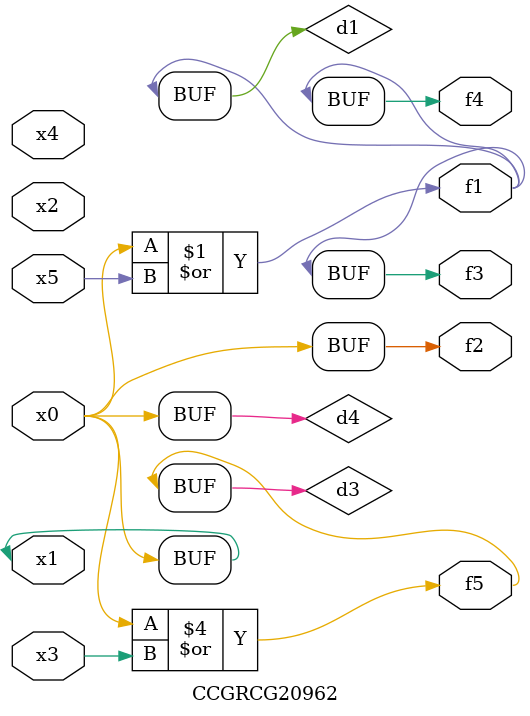
<source format=v>
module CCGRCG20962(
	input x0, x1, x2, x3, x4, x5,
	output f1, f2, f3, f4, f5
);

	wire d1, d2, d3, d4;

	or (d1, x0, x5);
	xnor (d2, x1, x4);
	or (d3, x0, x3);
	buf (d4, x0, x1);
	assign f1 = d1;
	assign f2 = d4;
	assign f3 = d1;
	assign f4 = d1;
	assign f5 = d3;
endmodule

</source>
